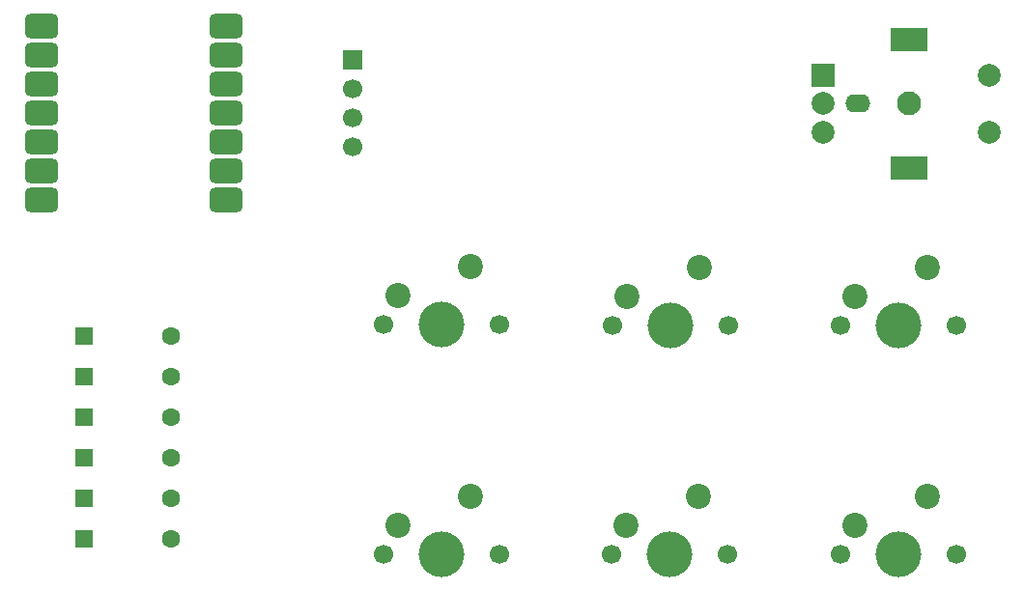
<source format=gbr>
%TF.GenerationSoftware,KiCad,Pcbnew,9.0.3*%
%TF.CreationDate,2026-01-25T12:41:43-05:00*%
%TF.ProjectId,hackclub_macropad,6861636b-636c-4756-925f-6d6163726f70,rev?*%
%TF.SameCoordinates,Original*%
%TF.FileFunction,Soldermask,Top*%
%TF.FilePolarity,Negative*%
%FSLAX46Y46*%
G04 Gerber Fmt 4.6, Leading zero omitted, Abs format (unit mm)*
G04 Created by KiCad (PCBNEW 9.0.3) date 2026-01-25 12:41:43*
%MOMM*%
%LPD*%
G01*
G04 APERTURE LIST*
G04 Aperture macros list*
%AMRoundRect*
0 Rectangle with rounded corners*
0 $1 Rounding radius*
0 $2 $3 $4 $5 $6 $7 $8 $9 X,Y pos of 4 corners*
0 Add a 4 corners polygon primitive as box body*
4,1,4,$2,$3,$4,$5,$6,$7,$8,$9,$2,$3,0*
0 Add four circle primitives for the rounded corners*
1,1,$1+$1,$2,$3*
1,1,$1+$1,$4,$5*
1,1,$1+$1,$6,$7*
1,1,$1+$1,$8,$9*
0 Add four rect primitives between the rounded corners*
20,1,$1+$1,$2,$3,$4,$5,0*
20,1,$1+$1,$4,$5,$6,$7,0*
20,1,$1+$1,$6,$7,$8,$9,0*
20,1,$1+$1,$8,$9,$2,$3,0*%
G04 Aperture macros list end*
%ADD10RoundRect,0.551000X-0.926000X-0.551000X0.926000X-0.551000X0.926000X0.551000X-0.926000X0.551000X0*%
%ADD11C,1.700000*%
%ADD12C,4.000000*%
%ADD13C,2.200000*%
%ADD14R,1.700000X1.700000*%
%ADD15O,2.200000X1.600000*%
%ADD16C,2.100000*%
%ADD17R,2.000000X2.000000*%
%ADD18C,2.000000*%
%ADD19R,3.200000X2.000000*%
%ADD20RoundRect,0.250000X-0.550000X-0.550000X0.550000X-0.550000X0.550000X0.550000X-0.550000X0.550000X0*%
%ADD21C,1.600000*%
G04 APERTURE END LIST*
D10*
%TO.C,U1*%
X92600000Y-55770000D03*
X92600000Y-53230000D03*
X92600000Y-50690000D03*
X92600000Y-48150000D03*
X92600000Y-45610000D03*
X92600000Y-43070000D03*
X92600000Y-40530000D03*
X108800000Y-55770000D03*
X108800000Y-53230000D03*
X108800000Y-50690000D03*
X108800000Y-48150000D03*
X108800000Y-45610000D03*
X108800000Y-43070000D03*
X108800000Y-40530000D03*
%TD*%
D11*
%TO.C,SW6*%
X162680000Y-86790000D03*
D12*
X167760000Y-86790000D03*
D11*
X172840000Y-86790000D03*
D13*
X170300000Y-81710000D03*
X163950000Y-84250000D03*
%TD*%
D11*
%TO.C,SW5*%
X162680000Y-66730000D03*
D12*
X167760000Y-66730000D03*
D11*
X172840000Y-66730000D03*
D13*
X170300000Y-61650000D03*
X163950000Y-64190000D03*
%TD*%
D11*
%TO.C,SW4*%
X142580000Y-86780000D03*
D12*
X147660000Y-86780000D03*
D11*
X152740000Y-86780000D03*
D13*
X150200000Y-81700000D03*
X143850000Y-84240000D03*
%TD*%
D11*
%TO.C,SW3*%
X142630000Y-66740000D03*
D12*
X147710000Y-66740000D03*
D11*
X152790000Y-66740000D03*
D13*
X150250000Y-61660000D03*
X143900000Y-64200000D03*
%TD*%
D11*
%TO.C,SW2*%
X122580000Y-86790000D03*
D12*
X127660000Y-86790000D03*
D11*
X132740000Y-86790000D03*
D13*
X130200000Y-81710000D03*
X123850000Y-84250000D03*
%TD*%
D11*
%TO.C,SW1*%
X122630000Y-66680000D03*
D12*
X127710000Y-66680000D03*
D11*
X132790000Y-66680000D03*
D13*
X130250000Y-61600000D03*
X123900000Y-64140000D03*
%TD*%
D14*
%TO.C,J_OLED1*%
X119850000Y-43420000D03*
D11*
X119850000Y-45960000D03*
X119850000Y-48500000D03*
X119850000Y-51040000D03*
%TD*%
D15*
%TO.C,ENC1*%
X164150000Y-47300000D03*
D16*
X168650000Y-47300000D03*
D17*
X161150000Y-44800000D03*
D18*
X161150000Y-49800000D03*
X161150000Y-47300000D03*
D19*
X168650000Y-41700000D03*
X168650000Y-52900000D03*
D18*
X175650000Y-49800000D03*
X175650000Y-44800000D03*
%TD*%
D20*
%TO.C,D6*%
X96340000Y-85450000D03*
D21*
X103960000Y-85450000D03*
%TD*%
D20*
%TO.C,D5*%
X96340000Y-81900000D03*
D21*
X103960000Y-81900000D03*
%TD*%
D20*
%TO.C,D4*%
X96340000Y-78350000D03*
D21*
X103960000Y-78350000D03*
%TD*%
D20*
%TO.C,D3*%
X96340000Y-74800000D03*
D21*
X103960000Y-74800000D03*
%TD*%
D20*
%TO.C,D2*%
X96340000Y-71250000D03*
D21*
X103960000Y-71250000D03*
%TD*%
D20*
%TO.C,D1*%
X96340000Y-67700000D03*
D21*
X103960000Y-67700000D03*
%TD*%
M02*

</source>
